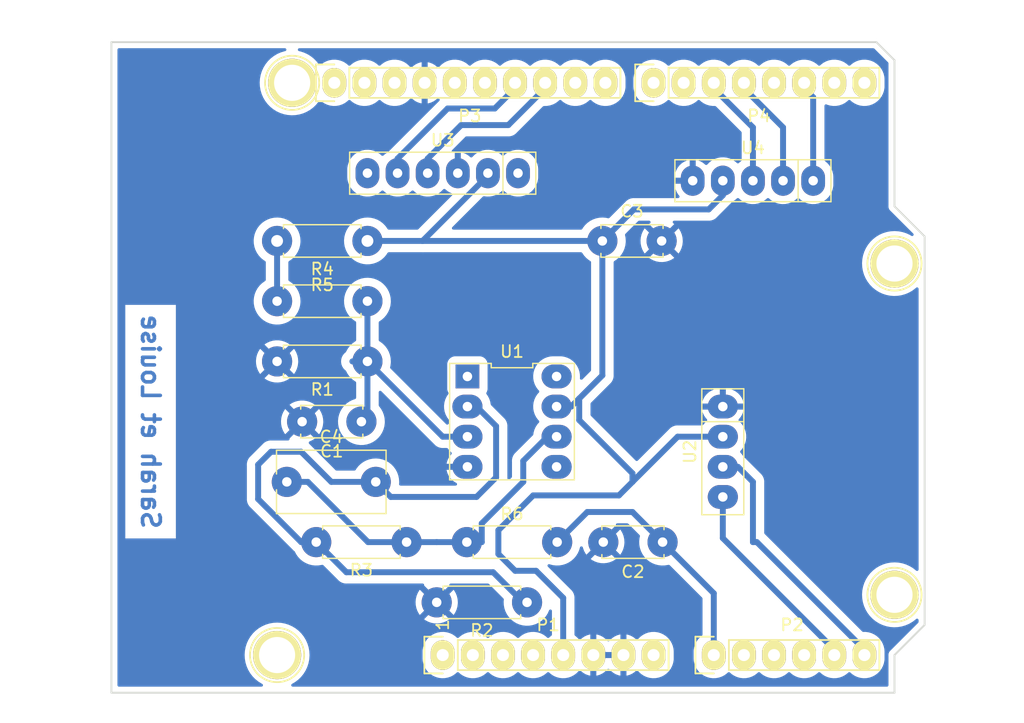
<source format=kicad_pcb>
(kicad_pcb (version 20211014) (generator pcbnew)
  (title_block (date "lun. 30 mars 2015"))
  (layers (0 "F.Cu" signal) (31 "B.Cu" signal) (34 "B.Paste" user) (35 "F.Paste" user) (36 "B.SilkS" user "B.Silkscreen") (37 "F.SilkS" user "F.Silkscreen") (38 "B.Mask" user) (39 "F.Mask" user) (44 "Edge.Cuts" user))
  (net 0 "")
  (net 1 "/IOREF")
  (net 2 "/Reset")
  (net 3 "+5V")
  (net 4 "GND")
  (net 5 "/Vin")
  (net 6 "IN +")
  (net 7 "/A1")
  (net 8 "/A2")
  (net 9 "/A3")
  (net 10 "/AREF")
  (net 11 "ADC")
  (net 12 "Net-(C4-Pad1)")
  (net 13 "/9(**)")
  (net 14 "/8")
  (net 15 "/7")
  (net 16 "/6(**)")
  (net 17 "IN -")
  (net 19 "SDA")
  (net 20 "/1(Tx)")
  (net 21 "/0(Rx)")
  (net 22 "SCL")
  (net 23 "RX")
  (net 26 "/13(SCK)")
  (net 29 "TX")
  (net 30 "/12(MISO)")
  (net 33 "CLK")
  (net 34 "DATA")
  (net 35 "SWITCH")
  (net 40 "Net-(R4-Pad2)")
  (net 41 "/3(**)")
  (footprint "Socket_Arduino_Uno:Socket_Strip_Arduino_1x08" (layer "F.Cu") (at 138.938 123.825)
    (fp_text reference "P1" (at 8.89 -2.54) (layer "F.SilkS"))
    (fp_text value "Power")
    (fp_line (start 19.05 1.27) (end 19.05 -1.27) (layer "F.SilkS") (width 0.15))
    (fp_line (start 1.27 1.27) (end 19.05 1.27) (layer "F.SilkS") (width 0.15))
    (fp_line (start 19.05 -1.27) (end 1.27 -1.27) (layer "F.SilkS") (width 0.15))
    (fp_line (start 0 -1.55) (end -1.55 -1.55) (layer "F.SilkS") (width 0.15))
    (fp_line (start -1.55 -1.55) (end -1.55 1.55) (layer "F.SilkS") (width 0.15))
    (fp_line (start -1.55 1.55) (end 0 1.55) (layer "F.SilkS") (width 0.15))
    (fp_line (start 1.27 1.27) (end 1.27 -1.27) (layer "F.SilkS") (width 0.15))
    (pad "1" thru_hole oval locked (at 0 0) (size 2 2.5) (drill 1.016) (layers *.Cu *.Mask "F.SilkS"))
    (pad "2" thru_hole oval locked (at 2.54 0) (size 2 2.5) (drill 1.016) (layers *.Cu *.Mask "F.SilkS") (net 1 "/IOREF"))
    (pad "3" thru_hole oval locked (at 5.08 0) (size 2 2.5) (drill 1.016) (layers *.Cu *.Mask "F.SilkS") (net 2 "/Reset"))
    (pad "4" thru_hole oval locked (at 7.62 0) (size 2 2.5) (drill 1.016) (layers *.Cu *.Mask "F.SilkS"))
    (pad "5" thru_hole oval locked (at 10.16 0) (size 2 2.5) (drill 1.016) (layers *.Cu *.Mask "F.SilkS") (net 3 "+5V"))
    (pad "6" thru_hole oval locked (at 12.7 0) (size 2 2.5) (drill 1.016) (layers *.Cu *.Mask "F.SilkS") (net 4 "GND"))
    (pad "7" thru_hole oval locked (at 15.24 0) (size 2 2.5) (drill 1.016) (layers *.Cu *.Mask "F.SilkS") (net 4 "GND"))
    (pad "8" thru_hole oval locked (at 17.78 0) (size 2 2.5) (drill 1.016) (layers *.Cu *.Mask "F.SilkS") (net 5 "/Vin"))
  )
  (footprint "Socket_Arduino_Uno:Socket_Strip_Arduino_1x06" (layer "F.Cu") (at 161.798 123.825)
    (fp_text reference "P2" (at 6.604 -2.54) (layer "F.SilkS"))
    (fp_text value "Analog")
    (fp_line (start 1.27 1.27) (end 1.27 -1.27) (layer "F.SilkS") (width 0.15))
    (fp_line (start 0 -1.55) (end -1.55 -1.55) (layer "F.SilkS") (width 0.15))
    (fp_line (start 13.97 -1.27) (end 1.27 -1.27) (layer "F.SilkS") (width 0.15))
    (fp_line (start 1.27 1.27) (end 13.97 1.27) (layer "F.SilkS") (width 0.15))
    (fp_line (start 13.97 1.27) (end 13.97 -1.27) (layer "F.SilkS") (width 0.15))
    (fp_line (start -1.55 -1.55) (end -1.55 1.55) (layer "F.SilkS") (width 0.15))
    (fp_line (start -1.55 1.55) (end 0 1.55) (layer "F.SilkS") (width 0.15))
    (pad "1" thru_hole oval locked (at 0 0) (size 2 2.5) (drill 1.016) (layers *.Cu *.Mask "F.SilkS") (net 11 "ADC"))
    (pad "2" thru_hole oval locked (at 2.54 0) (size 2 2.5) (drill 1.016) (layers *.Cu *.Mask "F.SilkS") (net 7 "/A1"))
    (pad "3" thru_hole oval locked (at 5.08 0) (size 2 2.5) (drill 1.016) (layers *.Cu *.Mask "F.SilkS") (net 8 "/A2"))
    (pad "4" thru_hole oval locked (at 7.62 0) (size 2 2.5) (drill 1.016) (layers *.Cu *.Mask "F.SilkS") (net 9 "/A3"))
    (pad "5" thru_hole oval locked (at 10.16 0) (size 2 2.5) (drill 1.016) (layers *.Cu *.Mask "F.SilkS") (net 19 "SDA"))
    (pad "6" thru_hole oval locked (at 12.7 0) (size 2 2.5) (drill 1.016) (layers *.Cu *.Mask "F.SilkS") (net 22 "SCL"))
  )
  (footprint "Socket_Arduino_Uno:Socket_Strip_Arduino_1x10" (layer "F.Cu") (at 129.794 75.565)
    (fp_text reference "P3" (at 11.43 2.794) (layer "F.SilkS"))
    (fp_text value "Digital")
    (fp_line (start -1.55 -1.55) (end -1.55 1.55) (layer "F.SilkS") (width 0.15))
    (fp_line (start 1.27 1.27) (end 24.13 1.27) (layer "F.SilkS") (width 0.15))
    (fp_line (start 24.13 1.27) (end 24.13 -1.27) (layer "F.SilkS") (width 0.15))
    (fp_line (start 24.13 -1.27) (end 1.27 -1.27) (layer "F.SilkS") (width 0.15))
    (fp_line (start 0 -1.55) (end -1.55 -1.55) (layer "F.SilkS") (width 0.15))
    (fp_line (start -1.55 1.55) (end 0 1.55) (layer "F.SilkS") (width 0.15))
    (fp_line (start 1.27 1.27) (end 1.27 -1.27) (layer "F.SilkS") (width 0.15))
    (pad "1" thru_hole oval locked (at 0 0) (size 2 2.5) (drill 1.016) (layers *.Cu *.Mask "F.SilkS") (net 22 "SCL"))
    (pad "2" thru_hole oval locked (at 2.54 0) (size 2 2.5) (drill 1.016) (layers *.Cu *.Mask "F.SilkS") (net 19 "SDA"))
    (pad "3" thru_hole oval locked (at 5.08 0) (size 2 2.5) (drill 1.016) (layers *.Cu *.Mask "F.SilkS") (net 10 "/AREF"))
    (pad "4" thru_hole oval locked (at 7.62 0) (size 2 2.5) (drill 1.016) (layers *.Cu *.Mask "F.SilkS") (net 4 "GND"))
    (pad "5" thru_hole oval locked (at 10.16 0) (size 2 2.5) (drill 1.016) (layers *.Cu *.Mask "F.SilkS") (net 26 "/13(SCK)"))
    (pad "6" thru_hole oval locked (at 12.7 0) (size 2 2.5) (drill 1.016) (layers *.Cu *.Mask "F.SilkS") (net 30 "/12(MISO)"))
    (pad "7" thru_hole oval locked (at 15.24 0) (size 2 2.5) (drill 1.016) (layers *.Cu *.Mask "F.SilkS") (net 23 "RX"))
    (pad "8" thru_hole oval locked (at 17.78 0) (size 2 2.5) (drill 1.016) (layers *.Cu *.Mask "F.SilkS") (net 29 "TX"))
    (pad "9" thru_hole oval locked (at 20.32 0) (size 2 2.5) (drill 1.016) (layers *.Cu *.Mask "F.SilkS") (net 13 "/9(**)"))
    (pad "10" thru_hole oval locked (at 22.86 0) (size 2 2.5) (drill 1.016) (layers *.Cu *.Mask "F.SilkS") (net 14 "/8"))
  )
  (footprint "Socket_Arduino_Uno:Socket_Strip_Arduino_1x08" (layer "F.Cu") (at 156.718 75.565)
    (fp_text reference "P4" (at 8.89 2.794) (layer "F.SilkS"))
    (fp_text value "Digital")
    (fp_line (start 19.05 -1.27) (end 1.27 -1.27) (layer "F.SilkS") (width 0.15))
    (fp_line (start -1.55 1.55) (end 0 1.55) (layer "F.SilkS") (width 0.15))
    (fp_line (start 1.27 1.27) (end 19.05 1.27) (layer "F.SilkS") (width 0.15))
    (fp_line (start 1.27 1.27) (end 1.27 -1.27) (layer "F.SilkS") (width 0.15))
    (fp_line (start 0 -1.55) (end -1.55 -1.55) (layer "F.SilkS") (width 0.15))
    (fp_line (start 19.05 1.27) (end 19.05 -1.27) (layer "F.SilkS") (width 0.15))
    (fp_line (start -1.55 -1.55) (end -1.55 1.55) (layer "F.SilkS") (width 0.15))
    (pad "1" thru_hole oval locked (at 0 0) (size 2 2.5) (drill 1.016) (layers *.Cu *.Mask "F.SilkS") (net 15 "/7"))
    (pad "2" thru_hole oval locked (at 2.54 0) (size 2 2.5) (drill 1.016) (layers *.Cu *.Mask "F.SilkS") (net 16 "/6(**)"))
    (pad "3" thru_hole oval locked (at 5.08 0) (size 2 2.5) (drill 1.016) (layers *.Cu *.Mask "F.SilkS") (net 35 "SWITCH"))
    (pad "4" thru_hole oval locked (at 7.62 0) (size 2 2.5) (drill 1.016) (layers *.Cu *.Mask "F.SilkS") (net 34 "DATA"))
    (pad "5" thru_hole oval locked (at 10.16 0) (size 2 2.5) (drill 1.016) (layers *.Cu *.Mask "F.SilkS") (net 41 "/3(**)"))
    (pad "6" thru_hole oval locked (at 12.7 0) (size 2 2.5) (drill 1.016) (layers *.Cu *.Mask "F.SilkS") (net 33 "CLK"))
    (pad "7" thru_hole oval locked (at 15.24 0) (size 2 2.5) (drill 1.016) (layers *.Cu *.Mask "F.SilkS") (net 20 "/1(Tx)"))
    (pad "8" thru_hole oval locked (at 17.78 0) (size 2 2.5) (drill 1.016) (layers *.Cu *.Mask "F.SilkS") (net 21 "/0(Rx)"))
  )
  (footprint "Socket_Arduino_Uno:Arduino_1pin" (layer "F.Cu") (at 124.968 123.825)
    (fp_text reference "P5" hide)
    (fp_text value "CONN_01X01" hide)
    (fp_circle (center 0 0) (end 0 -2.286) (layer "F.SilkS") (width 0.15) (fill none))
    (pad "1" thru_hole circle locked (at 0 0) (size 4.064 4.064) (drill 3.048) (layers *.Cu *.Mask "F.SilkS"))
  )
  (footprint "Socket_Arduino_Uno:Arduino_1pin" (layer "F.Cu") (at 177.038 118.745)
    (fp_text reference "P6" hide)
    (fp_text value "CONN_01X01" hide)
    (fp_circle (center 0 0) (end 0 -2.286) (layer "F.SilkS") (width 0.15) (fill none))
    (pad "1" thru_hole circle locked (at 0 0) (size 4.064 4.064) (drill 3.048) (layers *.Cu *.Mask "F.SilkS"))
  )
  (footprint "Socket_Arduino_Uno:Arduino_1pin" (layer "F.Cu") (at 126.238 75.565)
    (fp_text reference "P7" hide)
    (fp_text value "CONN_01X01" hide)
    (fp_circle (center 0 0) (end 0 -2.286) (layer "F.SilkS") (width 0.15) (fill none))
    (pad "1" thru_hole circle locked (at 0 0) (size 4.064 4.064) (drill 3.048) (layers *.Cu *.Mask "F.SilkS"))
  )
  (footprint "Socket_Arduino_Uno:Arduino_1pin" (layer "F.Cu") (at 177.038 90.805)
    (fp_text reference "P8" hide)
    (fp_text value "CONN_01X01" hide)
    (fp_circle (center 0 0) (end 0 -2.286) (layer "F.SilkS") (width 0.15) (fill none))
    (pad "1" thru_hole circle locked (at 0 0) (size 4.064 4.064) (drill 3.048) (layers *.Cu *.Mask "F.SilkS"))
  )
  (footprint "Capacitor_THT:C_Disc_D5.0mm_W2.5mm_P5.00mm" (layer "F.Cu") (at 132.08 104.14 180)
    (fp_text reference "C1" (at 2.5 -2.5) (layer "F.SilkS"))
    (fp_text value "100n")
    (fp_line (start -0.12 -1.37) (end -0.12 -1.055) (layer "F.SilkS") (width 0.12))
    (fp_line (start -0.12 -1.37) (end 5.12 -1.37) (layer "F.SilkS") (width 0.12))
    (fp_line (start 5.12 -1.37) (end 5.12 -1.055) (layer "F.SilkS") (width 0.12))
    (fp_line (start -0.12 1.37) (end 5.12 1.37) (layer "F.SilkS") (width 0.12))
    (fp_line (start 5.12 1.055) (end 5.12 1.37) (layer "F.SilkS") (width 0.12))
    (fp_line (start -0.12 1.055) (end -0.12 1.37) (layer "F.SilkS") (width 0.12))
    (pad "1" thru_hole circle (at 0 0 180) (size 2.54 2.54) (drill 0.8) (layers *.Cu *.Mask) (net 6 "IN +"))
    (pad "2" thru_hole circle (at 5 0 180) (size 2.54 2.54) (drill 0.8) (layers *.Cu *.Mask) (net 4 "GND"))
  )
  (footprint "Empreinte_MOSH_Library:LTC1050" (layer "F.Cu") (at 144.78 104.14 -90)
    (fp_text reference "U1" (at -5.91 0) (layer "F.SilkS"))
    (fp_text value "LTC1050")
    (fp_line (start -4.91 -1.753333) (end -4.55 -1.753333) (layer "F.SilkS") (width 0.12))
    (fp_line (start -4.91 -5.26) (end -4.91 -1.753333) (layer "F.SilkS") (width 0.12))
    (fp_line (start -4.91 5.26) (end 4.91 5.26) (layer "F.SilkS") (width 0.12))
    (fp_line (start -4.91 1.753333) (end -4.91 5.26) (layer "F.SilkS") (width 0.12))
    (fp_line (start -4.55 -1.753333) (end -4.55 1.753333) (layer "F.SilkS") (width 0.12))
    (fp_line (start 4.91 5.26) (end 4.91 -5.26) (layer "F.SilkS") (width 0.12))
    (fp_line (start 4.91 -5.26) (end -4.91 -5.26) (layer "F.SilkS") (width 0.12))
    (fp_line (start -4.55 1.753333) (end -4.91 1.753333) (layer "F.SilkS") (width 0.12))
    (pad "1" thru_hole rect (at -3.81 3.76 270) (size 2 2) (drill 0.8) (layers *.Cu *.Mask))
    (pad "2" thru_hole oval (at -1.27 3.76 270) (size 2 2.54) (drill 0.8) (layers *.Cu *.Mask) (net 17 "IN -"))
    (pad "3" thru_hole oval (at 1.27 3.76 270) (size 2 2.54) (drill 0.8) (layers *.Cu *.Mask) (net 6 "IN +"))
    (pad "4" thru_hole oval (at 3.81 3.76 270) (size 2 2.54) (drill 0.8) (layers *.Cu *.Mask) (net 4 "GND"))
    (pad "5" thru_hole oval (at 3.81 -3.76 270) (size 2 2.54) (drill 0.8) (layers *.Cu *.Mask))
    (pad "6" thru_hole oval (at 1.27 -3.76 270) (size 2 2.54) (drill 0.8) (layers *.Cu *.Mask) (net 12 "Net-(C4-Pad1)"))
    (pad "7" thru_hole oval (at -1.27 -3.76 270) (size 2 2.54) (drill 0.8) (layers *.Cu *.Mask) (net 3 "+5V"))
    (pad "8" thru_hole oval (at -3.81 -3.76 270) (size 2 2.54) (drill 0.8) (layers *.Cu *.Mask))
  )
  (footprint "Empreinte_MOSH_Library:Bluetooth" (layer "F.Cu") (at 138.938 83.185 180)
    (fp_text reference "U3" (at 0 2.77) (layer "F.SilkS"))
    (fp_text value "Bluetooth")
    (fp_line (start -7.85 1.77) (end -7.85 -1.77) (layer "F.SilkS") (width 0.12))
    (fp_line (start 7.85 -1.77) (end 7.85 1.77) (layer "F.SilkS") (width 0.12))
    (fp_line (start -7.85 -1.77) (end 7.85 -1.77) (layer "F.SilkS") (width 0.12))
    (fp_line (start -5.08 -1.77) (end -5.08 1.77) (layer "F.SilkS") (width 0.12))
    (fp_line (start 7.85 1.77) (end -7.85 1.77) (layer "F.SilkS") (width 0.12))
    (pad "1" thru_hole oval (at -6.35 0 180) (size 2 2.54) (drill 0.8) (layers *.Cu *.Mask))
    (pad "2" thru_hole oval (at -3.81 0 180) (size 2 2.54) (drill 0.8) (layers *.Cu *.Mask) (net 3 "+5V"))
    (pad "3" thru_hole oval (at -1.27 0 180) (size 2 2.54) (drill 0.8) (layers *.Cu *.Mask) (net 4 "GND"))
    (pad "4" thru_hole oval (at 1.27 0 180) (size 2 2.54) (drill 0.8) (layers *.Cu *.Mask) (net 29 "TX"))
    (pad "5" thru_hole oval (at 3.81 0 180) (size 2 2.54) (drill 0.8) (layers *.Cu *.Mask) (net 23 "RX"))
    (pad "6" thru_hole oval (at 6.35 0 180) (size 2 2.54) (drill 0.8) (layers *.Cu *.Mask))
  )
  (footprint "Resistor_THT:R_Axial_DIN0207_L6.3mm_D2.5mm_P7.62mm_Horizontal" (layer "F.Cu") (at 132.588 88.9 180)
    (fp_text reference "R4" (at 3.81 -2.37) (layer "F.SilkS"))
    (fp_text value "R")
    (fp_line (start 0.54 1.04) (end 0.54 1.37) (layer "F.SilkS") (width 0.12))
    (fp_line (start 7.08 -1.37) (end 7.08 -1.04) (layer "F.SilkS") (width 0.12))
    (fp_line (start 7.08 1.37) (end 7.08 1.04) (layer "F.SilkS") (width 0.12))
    (fp_line (start 0.54 1.37) (end 7.08 1.37) (layer "F.SilkS") (width 0.12))
    (fp_line (start 0.54 -1.04) (end 0.54 -1.37) (layer "F.SilkS") (width 0.12))
    (fp_line (start 0.54 -1.37) (end 7.08 -1.37) (layer "F.SilkS") (width 0.12))
    (pad "1" thru_hole circle (at 0 0 180) (size 2.54 2.54) (drill 1) (layers *.Cu *.Mask) (net 3 "+5V"))
    (pad "2" thru_hole circle (at 7.62 0 180) (size 2.54 2.54) (drill 1) (layers *.Cu *.Mask) (net 40 "Net-(R4-Pad2)"))
  )
  (footprint "Resistor_THT:R_Axial_DIN0207_L6.3mm_D2.5mm_P7.62mm_Horizontal" (layer "F.Cu") (at 135.89 114.3 180)
    (fp_text reference "R3" (at 3.81 -2.37) (layer "F.SilkS"))
    (fp_text value "100k")
    (fp_line (start 7.08 1.37) (end 7.08 1.04) (layer "F.SilkS") (width 0.12))
    (fp_line (start 0.54 -1.04) (end 0.54 -1.37) (layer "F.SilkS") (width 0.12))
    (fp_line (start 7.08 -1.37) (end 7.08 -1.04) (layer "F.SilkS") (width 0.12))
    (fp_line (start 0.54 -1.37) (end 7.08 -1.37) (layer "F.SilkS") (width 0.12))
    (fp_line (start 0.54 1.37) (end 7.08 1.37) (layer "F.SilkS") (width 0.12))
    (fp_line (start 0.54 1.04) (end 0.54 1.37) (layer "F.SilkS") (width 0.12))
    (pad "1" thru_hole circle (at 0 0 180) (size 2.54 2.54) (drill 0.8) (layers *.Cu *.Mask) (net 12 "Net-(C4-Pad1)"))
    (pad "2" thru_hole circle (at 7.62 0 180) (size 2.54 2.54) (drill 0.8) (layers *.Cu *.Mask) (net 17 "IN -"))
  )
  (footprint "Resistor_THT:R_Axial_DIN0207_L6.3mm_D2.5mm_P7.62mm_Horizontal" (layer "F.Cu") (at 146.05 119.38 180)
    (fp_text reference "R2" (at 3.81 -2.37) (layer "F.SilkS"))
    (fp_text value "1k")
    (fp_line (start 0.54 1.04) (end 0.54 1.37) (layer "F.SilkS") (width 0.12))
    (fp_line (start 0.54 -1.37) (end 7.08 -1.37) (layer "F.SilkS") (width 0.12))
    (fp_line (start 7.08 1.37) (end 7.08 1.04) (layer "F.SilkS") (width 0.12))
    (fp_line (start 0.54 1.37) (end 7.08 1.37) (layer "F.SilkS") (width 0.12))
    (fp_line (start 7.08 -1.37) (end 7.08 -1.04) (layer "F.SilkS") (width 0.12))
    (fp_line (start 0.54 -1.04) (end 0.54 -1.37) (layer "F.SilkS") (width 0.12))
    (pad "1" thru_hole circle (at 0 0 180) (size 2.54 2.54) (drill 0.8) (layers *.Cu *.Mask) (net 17 "IN -"))
    (pad "2" thru_hole circle (at 7.62 0 180) (size 2.54 2.54) (drill 0.8) (layers *.Cu *.Mask) (net 4 "GND"))
  )
  (footprint "Capacitor_THT:C_Disc_D5.0mm_W2.5mm_P5.00mm" (layer "F.Cu") (at 157.48 114.3 180)
    (fp_text reference "C2" (at 2.5 -2.5 180) (layer "F.SilkS"))
    (fp_text value "100n")
    (fp_line (start -0.12 -1.37) (end -0.12 -1.055) (layer "F.SilkS") (width 0.12))
    (fp_line (start 5.12 1.055) (end 5.12 1.37) (layer "F.SilkS") (width 0.12))
    (fp_line (start -0.12 -1.37) (end 5.12 -1.37) (layer "F.SilkS") (width 0.12))
    (fp_line (start -0.12 1.055) (end -0.12 1.37) (layer "F.SilkS") (width 0.12))
    (fp_line (start -0.12 1.37) (end 5.12 1.37) (layer "F.SilkS") (width 0.12))
    (fp_line (start 5.12 -1.37) (end 5.12 -1.055) (layer "F.SilkS") (width 0.12))
    (pad "1" thru_hole circle (at 0 0 180) (size 2.54 2.54) (drill 0.8) (layers *.Cu *.Mask) (net 11 "ADC"))
    (pad "2" thru_hole circle (at 5 0 180) (size 2.54 2.54) (drill 0.8) (layers *.Cu *.Mask) (net 4 "GND"))
  )
  (footprint "Resistor_THT:R_Axial_DIN0207_L6.3mm_D2.5mm_P7.62mm_Horizontal" (layer "F.Cu") (at 124.968 93.98)
    (fp_text reference "R5" (at 3.81 -1.37) (layer "F.SilkS"))
    (fp_text value "10k")
    (fp_line (start 7.08 -1.37) (end 7.08 -1.04) (layer "F.SilkS") (width 0.12))
    (fp_line (start 0.54 1.37) (end 7.08 1.37) (layer "F.SilkS") (width 0.12))
    (fp_line (start 7.08 1.37) (end 7.08 1.04) (layer "F.SilkS") (width 0.12))
    (fp_line (start 0.54 -1.37) (end 7.08 -1.37) (layer "F.SilkS") (width 0.12))
    (fp_line (start 0.54 1.04) (end 0.54 1.37) (layer "F.SilkS") (width 0.12))
    (fp_line (start 0.54 -1.04) (end 0.54 -1.37) (layer "F.SilkS") (width 0.12))
    (pad "1" thru_hole circle (at 0 0) (size 2.54 2.54) (drill 0.8) (layers *.Cu *.Mask) (net 40 "Net-(R4-Pad2)"))
    (pad "2" thru_hole circle (at 7.62 0) (size 2.54 2.54) (drill 0.8) (layers *.Cu *.Mask) (net 6 "IN +"))
  )
  (footprint "Capacitor_THT:C_Disc_D5.0mm_W2.5mm_P5.00mm" (layer "F.Cu") (at 152.4 88.9)
    (fp_text reference "C3" (at 2.5 -2.5) (layer "F.SilkS"))
    (fp_text value "100n")
    (fp_line (start -0.12 -1.37) (end -0.12 -1.055) (layer "F.SilkS") (width 0.12))
    (fp_line (start 5.12 1.055) (end 5.12 1.37) (layer "F.SilkS") (width 0.12))
    (fp_line (start -0.12 1.055) (end -0.12 1.37) (layer "F.SilkS") (width 0.12))
    (fp_line (start -0.12 1.37) (end 5.12 1.37) (layer "F.SilkS") (width 0.12))
    (fp_line (start 5.12 -1.37) (end 5.12 -1.055) (layer "F.SilkS") (width 0.12))
    (fp_line (start -0.12 -1.37) (end 5.12 -1.37) (layer "F.SilkS") (width 0.12))
    (pad "1" thru_hole circle (at 0 0) (size 2.54 2.54) (drill 0.8) (layers *.Cu *.Mask) (net 3 "+5V"))
    (pad "2" thru_hole circle (at 5 0) (size 2.54 2.54) (drill 0.8) (layers *.Cu *.Mask) (net 4 "GND"))
  )
  (footprint "Empreinte_MOSH_Library:Encodeur_rot" (layer "F.Cu") (at 165.1 83.82 180)
    (fp_text reference "U4" (at 0 2.77) (layer "F.SilkS"))
    (fp_text value "Encodeur_rotatoire")
    (fp_line (start -3.81 -1.77) (end -3.81 1.77) (layer "F.SilkS") (width 0.12))
    (fp_line (start -6.58 -1.77) (end 6.58 -1.77) (layer "F.SilkS") (width 0.12))
    (fp_line (start -6.58 1.77) (end -6.58 -1.77) (layer "F.SilkS") (width 0.12))
    (fp_line (start 6.58 -1.77) (end 6.58 1.77) (layer "F.SilkS") (width 0.12))
    (fp_line (start 6.58 1.77) (end -6.58 1.77) (layer "F.SilkS") (width 0.12))
    (pad "1" thru_hole oval (at -5.08 0 180) (size 2 2.54) (drill 0.8) (layers *.Cu *.Mask) (net 33 "CLK"))
    (pad "2" thru_hole oval (at -2.54 0 180) (size 2 2.54) (drill 0.8) (layers *.Cu *.Mask) (net 34 "DATA"))
    (pad "3" thru_hole oval (at 0 0 180) (size 2 2.54) (drill 0.8) (layers *.Cu *.Mask) (net 35 "SWITCH"))
    (pad "4" thru_hole oval (at 2.54 0 180) (size 2 2.54) (drill 0.8) (layers *.Cu *.Mask) (net 3 "+5V"))
    (pad "5" thru_hole oval (at 5.08 0 180) (size 2 2.54) (drill 0.8) (layers *.Cu *.Mask) (net 4 "GND"))
  )
  (footprint "Resistor_THT:R_Axial_DIN0207_L6.3mm_D2.5mm_P7.62mm_Horizontal" (layer "F.Cu") (at 140.97 114.3)
    (fp_text reference "R6" (at 3.81 -2.37) (layer "F.SilkS"))
    (fp_text value "1k")
    (fp_line (start 0.54 1.37) (end 7.08 1.37) (layer "F.SilkS") (width 0.12))
    (fp_line (start 7.08 1.37) (end 7.08 1.04) (layer "F.SilkS") (width 0.12))
    (fp_line (start 0.54 1.04) (end 0.54 1.37) (layer "F.SilkS") (width 0.12))
    (fp_line (start 7.08 -1.37) (end 7.08 -1.04) (layer "F.SilkS") (width 0.12))
    (fp_line (start 0.54 -1.04) (end 0.54 -1.37) (layer "F.SilkS") (width 0.12))
    (fp_line (start 0.54 -1.37) (end 7.08 -1.37) (layer "F.SilkS") (width 0.12))
    (pad "1" thru_hole circle (at 0 0) (size 2.54 2.54) (drill 0.8) (layers *.Cu *.Mask) (net 12 "Net-(C4-Pad1)"))
    (pad "2" thru_hole circle (at 7.62 0) (size 2.54 2.54) (drill 0.8) (layers *.Cu *.Mask) (net 11 "ADC"))
  )
  (footprint "Resistor_THT:R_Axial_DIN0207_L6.3mm_D2.5mm_P7.62mm_Horizontal" (layer "F.Cu") (at 132.588 99.06 180)
    (fp_text reference "R1" (at 3.81 -2.37) (layer "F.SilkS"))
    (fp_text value "100k")
    (fp_line (start 0.54 -1.37) (end 7.08 -1.37) (layer "F.SilkS") (width 0.12))
    (fp_line (start 0.54 1.37) (end 7.08 1.37) (layer "F.SilkS") (width 0.12))
    (fp_line (start 7.08 -1.37) (end 7.08 -1.04) (layer "F.SilkS") (width 0.12))
    (fp_line (start 7.08 1.37) (end 7.08 1.04) (layer "F.SilkS") (width 0.12))
    (fp_line (start 0.54 1.04) (end 0.54 1.37) (layer "F.SilkS") (width 0.12))
    (fp_line (start 0.54 -1.04) (end 0.54 -1.37) (layer "F.SilkS") (width 0.12))
    (pad "1" thru_hole circle (at 0 0 180) (size 2.54 2.54) (drill 0.8) (layers *.Cu *.Mask) (net 6 "IN +"))
    (pad "2" thru_hole circle (at 7.62 0 180) (size 2.54 2.54) (drill 0.8) (layers *.Cu *.Mask) (net 4 "GND"))
  )
  (footprint "Capacitor_THT:C_Rect_L9.0mm_W5.1mm_P7.50mm_MKT" (layer "F.Cu") (at 125.79 109.22)
    (fp_text reference "C4" (at 3.75 -3.8) (layer "F.SilkS"))
    (fp_text value "1u")
    (fp_line (start 8.37 -2.67) (end 8.37 -0.665) (layer "F.SilkS") (width 0.12))
    (fp_line (start -0.87 2.67) (end 8.37 2.67) (layer "F.SilkS") (width 0.12))
    (fp_line (start 8.37 0.665) (end 8.37 2.67) (layer "F.SilkS") (width 0.12))
    (fp_line (start -0.87 0.665) (end -0.87 2.67) (layer "F.SilkS") (width 0.12))
    (fp_line (start -0.87 -2.67) (end 8.37 -2.67) (layer "F.SilkS") (width 0.12))
    (fp_line (start -0.87 -2.67) (end -0.87 -0.665) (layer "F.SilkS") (width 0.12))
    (pad "1" thru_hole circle (at 0 0) (size 2.54 2.54) (drill 0.8) (layers *.Cu *.Mask) (net 12 "Net-(C4-Pad1)"))
    (pad "2" thru_hole circle (at 7.5 0) (size 2.54 2.54) (drill 0.8) (layers *.Cu *.Mask) (net 17 "IN -"))
  )
  (footprint "Empreinte_MOSH_Library:OLED" (layer "F.Cu") (at 162.56 106.68 -90)
    (fp_text reference "U2" (at 0 2.77 90) (layer "F.SilkS"))
    (fp_text value "OLED")
    (fp_line (start 5.31 1.77) (end -5.31 1.77) (layer "F.SilkS") (width 0.12))
    (fp_line (start -2.54 -1.77) (end -2.54 1.77) (layer "F.SilkS") (width 0.12))
    (fp_line (start 5.31 -1.77) (end 5.31 1.77) (layer "F.SilkS") (width 0.12))
    (fp_line (start -5.31 -1.77) (end 5.31 -1.77) (layer "F.SilkS") (width 0.12))
    (fp_line (start -5.31 1.77) (end -5.31 -1.77) (layer "F.SilkS") (width 0.12))
    (pad "1" thru_hole oval (at -3.81 0 270) (size 2 2.54) (drill 0.8) (layers *.Cu *.Mask) (net 4 "GND"))
    (pad "2" thru_hole oval (at -1.27 0 270) (size 2 2.54) (drill 0.8) (layers *.Cu *.Mask) (net 3 "+5V"))
    (pad "3" thru_hole oval (at 1.27 0 270) (size 2 2.54) (drill 0.8) (layers *.Cu "F.Mask") (net 22 "SCL"))
    (pad "4" thru_hole oval (at 3.81 0 270) (size 2 2.54) (drill 0.8) (layers *.Cu *.Mask) (net 19 "SDA"))
  )
  (gr_line (start 179.578 88.519) (end 177.038 85.979) (layer "Edge.Cuts") (width 0.15))
  (gr_line (start 177.038 127) (end 177.038 123.825) (layer "Edge.Cuts") (width 0.15))
  (gr_line (start 177.038 73.66) (end 175.514 72.136) (layer "Edge.Cuts") (width 0.15))
  (gr_line (start 177.038 123.825) (end 179.578 121.285) (layer "Edge.Cuts") (width 0.15))
  (gr_line (start 110.998 72.136) (end 110.998 127) (layer "Edge.Cuts") (width 0.15))
  (gr_line (start 179.578 121.285) (end 179.578 88.519) (layer "Edge.Cuts") (width 0.15))
  (gr_line (start 110.998 127) (end 177.038 127) (layer "Edge.Cuts") (width 0.15))
  (gr_line (start 175.514 72.136) (end 110.998 72.136) (layer "Edge.Cuts") (width 0.15))
  (gr_line (start 177.038 85.979) (end 177.038 73.66) (layer "Edge.Cuts") (width 0.15))
  (gr_text "Sarah et Louise" (at 114.3 104.14 270) (layer "B.Cu") (effects (font (size 1.5 1.5) (thickness 0.3)) (justify mirror)))
  (gr_text "1" (at 138.938 121.285 90) (layer "F.SilkS") (effects (font (size 1 1))))
  (segment (start 142.748 83.185) (end 142.748 83.389194) (width 0.5) (layer "B.Cu") (net 3))
  (segment (start 142.748 83.389194) (end 137.237194 88.9) (width 0.5) (layer "B.Cu") (net 3))
  (segment (start 143.630489 113.297805) (end 146.567814 110.36048) (width 0.5) (layer "B.Cu") (net 3))
  (segment (start 137.237194 88.9) (end 152.4 88.9) (width 0.5) (layer "B.Cu") (net 3))
  (segment (start 150.45 102.19) (end 152.4 100.24) (width 0.5) (layer "B.Cu") (net 3))
  (segment (start 155.06048 86.23952) (end 161.37048 86.23952) (width 0.5) (layer "B.Cu") (net 3))
  (segment (start 158.75 105.41) (end 162.56 105.41) (width 0.5) (layer "B.Cu") (net 3))
  (segment (start 146.811217 116.719511) (end 145.047805 116.719511) (width 0.5) (layer "B.Cu") (net 3))
  (segment (start 161.37048 86.23952) (end 162.56 85.05) (width 0.5) (layer "B.Cu") (net 3))
  (segment (start 152.4 88.9) (end 155.06048 86.23952) (width 0.5) (layer "B.Cu") (net 3))
  (segment (start 150.45 104.01012) (end 154.94 108.50012) (width 0.5) (layer "B.Cu") (net 3))
  (segment (start 162.56 85.05) (end 162.56 83.82) (width 0.5) (layer "B.Cu") (net 3))
  (segment (start 154.94 109.22) (end 158.75 105.41) (width 0.5) (layer "B.Cu") (net 3))
  (segment (start 146.567814 110.36048) (end 153.79952 110.36048) (width 0.5) (layer "B.Cu") (net 3))
  (segment (start 149.098 119.006294) (end 146.811217 116.719511) (width 0.5) (layer "B.Cu") (net 3))
  (segment (start 149.77 102.87) (end 150.45 102.19) (width 0.5) (layer "B.Cu") (net 3))
  (segment (start 145.047805 116.719511) (end 143.630489 115.302195) (width 0.5) (layer "B.Cu") (net 3))
  (segment (start 152.4 100.24) (end 152.4 88.9) (width 0.5) (layer "B.Cu") (net 3))
  (segment (start 143.630489 115.302195) (end 143.630489 113.297805) (width 0.5) (layer "B.Cu") (net 3))
  (segment (start 137.237194 88.9) (end 132.588 88.9) (width 0.5) (layer "B.Cu") (net 3))
  (segment (start 153.79952 110.36048) (end 154.94 109.22) (width 0.5) (layer "B.Cu") (net 3))
  (segment (start 149.098 123.825) (end 149.098 119.006294) (width 0.5) (layer "B.Cu") (net 3))
  (segment (start 150.45 102.19) (end 150.45 104.01012) (width 0.5) (layer "B.Cu") (net 3))
  (segment (start 148.54 102.87) (end 149.77 102.87) (width 0.5) (layer "B.Cu") (net 3))
  (segment (start 154.94 108.50012) (end 154.94 109.22) (width 0.5) (layer "B.Cu") (net 3))
  (segment (start 132.588 99.06) (end 132.588 103.632) (width 0.5) (layer "B.Cu") (net 6))
  (segment (start 132.588 93.98) (end 132.588 99.06) (width 0.5) (layer "B.Cu") (net 6))
  (segment (start 132.588 99.06) (end 138.938 105.41) (width 0.5) (layer "B.Cu") (net 6))
  (segment (start 132.588 103.632) (end 132.08 104.14) (width 0.5) (layer "B.Cu") (net 6))
  (segment (start 138.938 105.41) (end 141.02 105.41) (width 0.5) (layer "B.Cu") (net 6))
  (segment (start 131.318 99.06) (end 132.588 99.06) (width 0.5) (layer "B.Cu") (net 6))
  (segment (start 151.13 111.76) (end 154.94 111.76) (width 0.5) (layer "B.Cu") (net 11))
  (segment (start 157.48 114.3) (end 161.798 118.618) (width 0.5) (layer "B.Cu") (net 11))
  (segment (start 161.798 118.618) (end 161.798 123.825) (width 0.5) (layer "B.Cu") (net 11))
  (segment (start 148.59 114.3) (end 151.13 111.76) (width 0.5) (layer "B.Cu") (net 11))
  (segment (start 154.94 111.76) (end 157.48 114.3) (width 0.5) (layer "B.Cu") (net 11))
  (segment (start 125.79 109.22) (end 127.56078 109.22) (width 0.5) (layer "B.Cu") (net 12))
  (segment (start 145.729074 107.451046) (end 147.77012 105.41) (width 0.5) (layer "B.Cu") (net 12))
  (segment (start 132.64078 114.3) (end 135.89 114.3) (width 0.5) (layer "B.Cu") (net 12))
  (segment (start 145.729074 109.22) (end 145.729074 107.451046) (width 0.5) (layer "B.Cu") (net 12))
  (segment (start 135.89 114.3) (end 138.43 114.3) (width 0.5) (layer "B.Cu") (net 12))
  (segment (start 138.43 114.3) (end 142.230969 114.3) (width 0.5) (layer "B.Cu") (net 12))
  (segment (start 147.77012 105.41) (end 148.54 105.41) (width 0.5) (layer "B.Cu") (net 12))
  (segment (start 127.56078 109.22) (end 132.64078 114.3) (width 0.5) (layer "B.Cu") (net 12))
  (segment (start 142.230969 112.718105) (end 145.729074 109.22) (width 0.5) (layer "B.Cu") (net 12))
  (segment (start 142.230969 114.3) (end 142.230969 112.718105) (width 0.5) (layer "B.Cu") (net 12))
  (segment (start 134.56 110.49) (end 141.78988 110.49) (width 0.5) (layer "B.Cu") (net 17))
  (segment (start 124.46 106.68) (end 123.370489 107.769511) (width 0.5) (layer "B.Cu") (net 17))
  (segment (start 128.27 114.3) (end 130.81 116.84) (width 0.5) (layer "B.Cu") (net 17))
  (segment (start 141.78988 102.87) (end 141.02 102.87) (width 0.5) (layer "B.Cu") (net 17))
  (segment (start 143.43952 104.51964) (end 141.78988 102.87) (width 0.5) (layer "B.Cu") (net 17))
  (segment (start 141.78988 110.49) (end 143.43952 108.84036) (width 0.5) (layer "B.Cu") (net 17))
  (segment (start 145.729074 119.38) (end 146.05 119.38) (width 0.5) (layer "B.Cu") (net 17))
  (segment (start 130.81 116.84) (end 143.189074 116.84) (width 0.5) (layer "B.Cu") (net 17))
  (segment (start 143.43952 108.84036) (end 143.43952 104.51964) (width 0.5) (layer "B.Cu") (net 17))
  (segment (start 133.29 109.22) (end 134.56 110.49) (width 0.5) (layer "B.Cu") (net 17))
  (segment (start 133.29 109.22) (end 129.54 109.22) (width 0.5) (layer "B.Cu") (net 17))
  (segment (start 123.370489 110.670489) (end 127 114.3) (width 0.5) (layer "B.Cu") (net 17))
  (segment (start 123.370489 107.769511) (end 123.370489 110.670489) (width 0.5) (layer "B.Cu") (net 17))
  (segment (start 143.189074 116.84) (end 145.729074 119.38) (width 0.5) (layer "B.Cu") (net 17))
  (segment (start 127 106.68) (end 124.46 106.68) (width 0.5) (layer "B.Cu") (net 17))
  (segment (start 129.54 109.22) (end 127 106.68) (width 0.5) (layer "B.Cu") (net 17))
  (segment (start 127 114.3) (end 128.27 114.3) (width 0.5) (layer "B.Cu") (net 17))
  (segment (start 171.958 123.365619) (end 171.958 123.825) (width 0.5) (layer "B.Cu") (net 19))
  (segment (start 162.56 113.967619) (end 171.958 123.365619) (width 0.5) (layer "B.Cu") (net 19))
  (segment (start 162.56 110.49) (end 162.56 113.967619) (width 0.5) (layer "B.Cu") (net 19))
  (segment (start 165.1 109.22) (end 165.1 114.3) (width 0.5) (layer "B.Cu") (net 22))
  (segment (start 165.1 114.3) (end 165.432381 114.3) (width 0.5) (layer "B.Cu") (net 22))
  (segment (start 162.56 107.95) (end 163.83 107.95) (width 0.5) (layer "B.Cu") (net 22))
  (segment (start 174.498 123.365619) (end 174.498 123.825) (width 0.5) (layer "B.Cu") (net 22))
  (segment (start 165.432381 114.3) (end 174.498 123.365619) (width 0.5) (layer "B.Cu") (net 22))
  (segment (start 163.83 107.95) (end 165.1 109.22) (width 0.5) (layer "B.Cu") (net 22))
  (segment (start 145.034 76.024381) (end 145.034 75.565) (width 0.5) (layer "B.Cu") (net 23))
  (segment (start 135.128 83.185) (end 135.128 81.955) (width 0.5) (layer "B.Cu") (net 23))
  (segment (start 139.35248 77.73052) (end 143.327861 77.73052) (width 0.5) (layer "B.Cu") (net 23))
  (segment (start 143.327861 77.73052) (end 145.034 76.024381) (width 0.5) (layer "B.Cu") (net 23))
  (segment (start 135.128 81.955) (end 139.35248 77.73052) (width 0.5) (layer "B.Cu") (net 23))
  (segment (start 137.668 81.955) (end 140.49296 79.13004) (width 0.5) (layer "B.Cu") (net 29))
  (segment (start 144.468341 79.13004) (end 147.574 76.024381) (width 0.5) (layer "B.Cu") (net 29))
  (segment (start 147.574 76.024381) (end 147.574 75.565) (width 0.5) (layer "B.Cu") (net 29))
  (segment (start 140.49296 79.13004) (end 144.468341 79.13004) (width 0.5) (layer "B.Cu") (net 29))
  (segment (start 137.668 83.185) (end 137.668 81.955) (width 0.5) (layer "B.Cu") (net 29))
  (segment (start 170.18 76.786381) (end 170.18 83.82) (width 0.5) (layer "B.Cu") (net 33))
  (segment (start 169.418 76.024381) (end 170.18 76.786381) (width 0.5) (layer "B.Cu") (net 33))
  (segment (start 169.418 75.565) (end 169.418 76.024381) (width 0.5) (layer "B.Cu") (net 33))
  (segment (start 167.64 79.326381) (end 164.338 76.024381) (width 0.5) (layer "B.Cu") (net 34))
  (segment (start 164.338 76.024381) (end 164.338 75.565) (width 0.5) (layer "B.Cu") (net 34))
  (segment (start 167.64 83.82) (end 167.64 79.326381) (width 0.5) (layer "B.Cu") (net 34))
  (segment (start 161.798 76.024381) (end 161.798 75.565) (width 0.5) (layer "B.Cu") (net 35))
  (segment (start 165.1 79.326381) (end 161.798 76.024381) (width 0.5) (layer "B.Cu") (net 35))
  (segment (start 165.1 83.82) (end 165.1 79.326381) (width 0.5) (layer "B.Cu") (net 35))
  (segment (start 124.968 88.9) (end 124.968 93.98) (width 0.5) (layer "B.Cu") (net 40))
  (zone (net 4) (net_name "GND") (layer "B.Cu") (connect_pads (clearance 0.508)) (min_thickness 0.254) (fill yes (thermal_gap 0.508) (thermal_bridge_width 0.508))
    (polygon (pts (xy 187.96 129.54) (xy 101.6 129.54) (xy 101.6 68.58) (xy 187.96 68.58)))
  )
)
</source>
